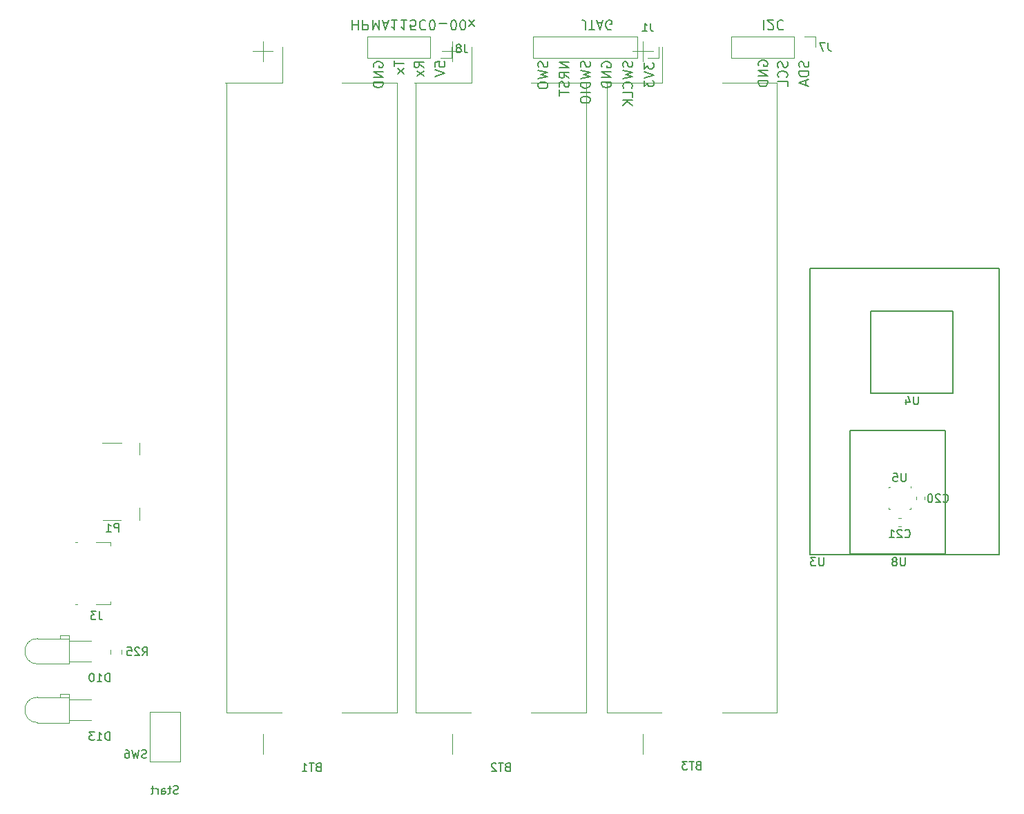
<source format=gbr>
G04 #@! TF.GenerationSoftware,KiCad,Pcbnew,(5.1.5)-3*
G04 #@! TF.CreationDate,2021-12-07T19:33:22+01:00*
G04 #@! TF.ProjectId,EnvSensor-v2,456e7653-656e-4736-9f72-2d76322e6b69,rev?*
G04 #@! TF.SameCoordinates,Original*
G04 #@! TF.FileFunction,Legend,Bot*
G04 #@! TF.FilePolarity,Positive*
%FSLAX46Y46*%
G04 Gerber Fmt 4.6, Leading zero omitted, Abs format (unit mm)*
G04 Created by KiCad (PCBNEW (5.1.5)-3) date 2021-12-07 19:33:22*
%MOMM*%
%LPD*%
G04 APERTURE LIST*
%ADD10C,0.150000*%
%ADD11C,0.200000*%
%ADD12C,0.120000*%
%ADD13C,0.100000*%
G04 APERTURE END LIST*
D10*
X62619047Y-145804761D02*
X62476190Y-145852380D01*
X62238095Y-145852380D01*
X62142857Y-145804761D01*
X62095238Y-145757142D01*
X62047619Y-145661904D01*
X62047619Y-145566666D01*
X62095238Y-145471428D01*
X62142857Y-145423809D01*
X62238095Y-145376190D01*
X62428571Y-145328571D01*
X62523809Y-145280952D01*
X62571428Y-145233333D01*
X62619047Y-145138095D01*
X62619047Y-145042857D01*
X62571428Y-144947619D01*
X62523809Y-144900000D01*
X62428571Y-144852380D01*
X62190476Y-144852380D01*
X62047619Y-144900000D01*
X61761904Y-145185714D02*
X61380952Y-145185714D01*
X61619047Y-144852380D02*
X61619047Y-145709523D01*
X61571428Y-145804761D01*
X61476190Y-145852380D01*
X61380952Y-145852380D01*
X60619047Y-145852380D02*
X60619047Y-145328571D01*
X60666666Y-145233333D01*
X60761904Y-145185714D01*
X60952380Y-145185714D01*
X61047619Y-145233333D01*
X60619047Y-145804761D02*
X60714285Y-145852380D01*
X60952380Y-145852380D01*
X61047619Y-145804761D01*
X61095238Y-145709523D01*
X61095238Y-145614285D01*
X61047619Y-145519047D01*
X60952380Y-145471428D01*
X60714285Y-145471428D01*
X60619047Y-145423809D01*
X60142857Y-145852380D02*
X60142857Y-145185714D01*
X60142857Y-145376190D02*
X60095238Y-145280952D01*
X60047619Y-145233333D01*
X59952380Y-145185714D01*
X59857142Y-145185714D01*
X59666666Y-145185714D02*
X59285714Y-145185714D01*
X59523809Y-144852380D02*
X59523809Y-145709523D01*
X59476190Y-145804761D01*
X59380952Y-145852380D01*
X59285714Y-145852380D01*
D11*
X94142857Y-56587142D02*
X94142857Y-56015714D01*
X94714285Y-55958571D01*
X94657142Y-56015714D01*
X94600000Y-56130000D01*
X94600000Y-56415714D01*
X94657142Y-56530000D01*
X94714285Y-56587142D01*
X94828571Y-56644285D01*
X95114285Y-56644285D01*
X95228571Y-56587142D01*
X95285714Y-56530000D01*
X95342857Y-56415714D01*
X95342857Y-56130000D01*
X95285714Y-56015714D01*
X95228571Y-55958571D01*
X94142857Y-56987142D02*
X95342857Y-57387142D01*
X94142857Y-57787142D01*
X92742857Y-56701428D02*
X92171428Y-56301428D01*
X92742857Y-56015714D02*
X91542857Y-56015714D01*
X91542857Y-56472857D01*
X91600000Y-56587142D01*
X91657142Y-56644285D01*
X91771428Y-56701428D01*
X91942857Y-56701428D01*
X92057142Y-56644285D01*
X92114285Y-56587142D01*
X92171428Y-56472857D01*
X92171428Y-56015714D01*
X92742857Y-57101428D02*
X91942857Y-57730000D01*
X91942857Y-57101428D02*
X92742857Y-57730000D01*
X89142857Y-55844285D02*
X89142857Y-56530000D01*
X90342857Y-56187142D02*
X89142857Y-56187142D01*
X90342857Y-56815714D02*
X89542857Y-57444285D01*
X89542857Y-56815714D02*
X90342857Y-57444285D01*
X84000000Y-50857142D02*
X84000000Y-52057142D01*
X84000000Y-51485714D02*
X84685714Y-51485714D01*
X84685714Y-50857142D02*
X84685714Y-52057142D01*
X85257142Y-50857142D02*
X85257142Y-52057142D01*
X85714285Y-52057142D01*
X85828571Y-52000000D01*
X85885714Y-51942857D01*
X85942857Y-51828571D01*
X85942857Y-51657142D01*
X85885714Y-51542857D01*
X85828571Y-51485714D01*
X85714285Y-51428571D01*
X85257142Y-51428571D01*
X86457142Y-50857142D02*
X86457142Y-52057142D01*
X86857142Y-51200000D01*
X87257142Y-52057142D01*
X87257142Y-50857142D01*
X87771428Y-51200000D02*
X88342857Y-51200000D01*
X87657142Y-50857142D02*
X88057142Y-52057142D01*
X88457142Y-50857142D01*
X89485714Y-50857142D02*
X88800000Y-50857142D01*
X89142857Y-50857142D02*
X89142857Y-52057142D01*
X89028571Y-51885714D01*
X88914285Y-51771428D01*
X88800000Y-51714285D01*
X90628571Y-50857142D02*
X89942857Y-50857142D01*
X90285714Y-50857142D02*
X90285714Y-52057142D01*
X90171428Y-51885714D01*
X90057142Y-51771428D01*
X89942857Y-51714285D01*
X91714285Y-52057142D02*
X91142857Y-52057142D01*
X91085714Y-51485714D01*
X91142857Y-51542857D01*
X91257142Y-51600000D01*
X91542857Y-51600000D01*
X91657142Y-51542857D01*
X91714285Y-51485714D01*
X91771428Y-51371428D01*
X91771428Y-51085714D01*
X91714285Y-50971428D01*
X91657142Y-50914285D01*
X91542857Y-50857142D01*
X91257142Y-50857142D01*
X91142857Y-50914285D01*
X91085714Y-50971428D01*
X92971428Y-50971428D02*
X92914285Y-50914285D01*
X92742857Y-50857142D01*
X92628571Y-50857142D01*
X92457142Y-50914285D01*
X92342857Y-51028571D01*
X92285714Y-51142857D01*
X92228571Y-51371428D01*
X92228571Y-51542857D01*
X92285714Y-51771428D01*
X92342857Y-51885714D01*
X92457142Y-52000000D01*
X92628571Y-52057142D01*
X92742857Y-52057142D01*
X92914285Y-52000000D01*
X92971428Y-51942857D01*
X93714285Y-52057142D02*
X93828571Y-52057142D01*
X93942857Y-52000000D01*
X94000000Y-51942857D01*
X94057142Y-51828571D01*
X94114285Y-51600000D01*
X94114285Y-51314285D01*
X94057142Y-51085714D01*
X94000000Y-50971428D01*
X93942857Y-50914285D01*
X93828571Y-50857142D01*
X93714285Y-50857142D01*
X93600000Y-50914285D01*
X93542857Y-50971428D01*
X93485714Y-51085714D01*
X93428571Y-51314285D01*
X93428571Y-51600000D01*
X93485714Y-51828571D01*
X93542857Y-51942857D01*
X93600000Y-52000000D01*
X93714285Y-52057142D01*
X94628571Y-51314285D02*
X95542857Y-51314285D01*
X96342857Y-52057142D02*
X96457142Y-52057142D01*
X96571428Y-52000000D01*
X96628571Y-51942857D01*
X96685714Y-51828571D01*
X96742857Y-51600000D01*
X96742857Y-51314285D01*
X96685714Y-51085714D01*
X96628571Y-50971428D01*
X96571428Y-50914285D01*
X96457142Y-50857142D01*
X96342857Y-50857142D01*
X96228571Y-50914285D01*
X96171428Y-50971428D01*
X96114285Y-51085714D01*
X96057142Y-51314285D01*
X96057142Y-51600000D01*
X96114285Y-51828571D01*
X96171428Y-51942857D01*
X96228571Y-52000000D01*
X96342857Y-52057142D01*
X97485714Y-52057142D02*
X97600000Y-52057142D01*
X97714285Y-52000000D01*
X97771428Y-51942857D01*
X97828571Y-51828571D01*
X97885714Y-51600000D01*
X97885714Y-51314285D01*
X97828571Y-51085714D01*
X97771428Y-50971428D01*
X97714285Y-50914285D01*
X97600000Y-50857142D01*
X97485714Y-50857142D01*
X97371428Y-50914285D01*
X97314285Y-50971428D01*
X97257142Y-51085714D01*
X97200000Y-51314285D01*
X97200000Y-51600000D01*
X97257142Y-51828571D01*
X97314285Y-51942857D01*
X97371428Y-52000000D01*
X97485714Y-52057142D01*
X98285714Y-50857142D02*
X98914285Y-51657142D01*
X98285714Y-51657142D02*
X98914285Y-50857142D01*
X134428571Y-50857142D02*
X134428571Y-52057142D01*
X134942857Y-51942857D02*
X135000000Y-52000000D01*
X135114285Y-52057142D01*
X135400000Y-52057142D01*
X135514285Y-52000000D01*
X135571428Y-51942857D01*
X135628571Y-51828571D01*
X135628571Y-51714285D01*
X135571428Y-51542857D01*
X134885714Y-50857142D01*
X135628571Y-50857142D01*
X136828571Y-50971428D02*
X136771428Y-50914285D01*
X136600000Y-50857142D01*
X136485714Y-50857142D01*
X136314285Y-50914285D01*
X136200000Y-51028571D01*
X136142857Y-51142857D01*
X136085714Y-51371428D01*
X136085714Y-51542857D01*
X136142857Y-51771428D01*
X136200000Y-51885714D01*
X136314285Y-52000000D01*
X136485714Y-52057142D01*
X136600000Y-52057142D01*
X136771428Y-52000000D01*
X136828571Y-51942857D01*
X112600000Y-52057142D02*
X112600000Y-51200000D01*
X112542857Y-51028571D01*
X112428571Y-50914285D01*
X112257142Y-50857142D01*
X112142857Y-50857142D01*
X113000000Y-52057142D02*
X113685714Y-52057142D01*
X113342857Y-50857142D02*
X113342857Y-52057142D01*
X114028571Y-51200000D02*
X114600000Y-51200000D01*
X113914285Y-50857142D02*
X114314285Y-52057142D01*
X114714285Y-50857142D01*
X115742857Y-52000000D02*
X115628571Y-52057142D01*
X115457142Y-52057142D01*
X115285714Y-52000000D01*
X115171428Y-51885714D01*
X115114285Y-51771428D01*
X115057142Y-51542857D01*
X115057142Y-51371428D01*
X115114285Y-51142857D01*
X115171428Y-51028571D01*
X115285714Y-50914285D01*
X115457142Y-50857142D01*
X115571428Y-50857142D01*
X115742857Y-50914285D01*
X115800000Y-50971428D01*
X115800000Y-51371428D01*
X115571428Y-51371428D01*
X118285714Y-55958571D02*
X118342857Y-56130000D01*
X118342857Y-56415714D01*
X118285714Y-56530000D01*
X118228571Y-56587142D01*
X118114285Y-56644285D01*
X118000000Y-56644285D01*
X117885714Y-56587142D01*
X117828571Y-56530000D01*
X117771428Y-56415714D01*
X117714285Y-56187142D01*
X117657142Y-56072857D01*
X117600000Y-56015714D01*
X117485714Y-55958571D01*
X117371428Y-55958571D01*
X117257142Y-56015714D01*
X117200000Y-56072857D01*
X117142857Y-56187142D01*
X117142857Y-56472857D01*
X117200000Y-56644285D01*
X117142857Y-57044285D02*
X118342857Y-57330000D01*
X117485714Y-57558571D01*
X118342857Y-57787142D01*
X117142857Y-58072857D01*
X118228571Y-59215714D02*
X118285714Y-59158571D01*
X118342857Y-58987142D01*
X118342857Y-58872857D01*
X118285714Y-58701428D01*
X118171428Y-58587142D01*
X118057142Y-58530000D01*
X117828571Y-58472857D01*
X117657142Y-58472857D01*
X117428571Y-58530000D01*
X117314285Y-58587142D01*
X117200000Y-58701428D01*
X117142857Y-58872857D01*
X117142857Y-58987142D01*
X117200000Y-59158571D01*
X117257142Y-59215714D01*
X118342857Y-60301428D02*
X118342857Y-59730000D01*
X117142857Y-59730000D01*
X118342857Y-60701428D02*
X117142857Y-60701428D01*
X118342857Y-61387142D02*
X117657142Y-60872857D01*
X117142857Y-61387142D02*
X117828571Y-60701428D01*
X107885714Y-55958571D02*
X107942857Y-56130000D01*
X107942857Y-56415714D01*
X107885714Y-56530000D01*
X107828571Y-56587142D01*
X107714285Y-56644285D01*
X107600000Y-56644285D01*
X107485714Y-56587142D01*
X107428571Y-56530000D01*
X107371428Y-56415714D01*
X107314285Y-56187142D01*
X107257142Y-56072857D01*
X107200000Y-56015714D01*
X107085714Y-55958571D01*
X106971428Y-55958571D01*
X106857142Y-56015714D01*
X106800000Y-56072857D01*
X106742857Y-56187142D01*
X106742857Y-56472857D01*
X106800000Y-56644285D01*
X106742857Y-57044285D02*
X107942857Y-57330000D01*
X107085714Y-57558571D01*
X107942857Y-57787142D01*
X106742857Y-58072857D01*
X106742857Y-58758571D02*
X106742857Y-58987142D01*
X106800000Y-59101428D01*
X106914285Y-59215714D01*
X107142857Y-59272857D01*
X107542857Y-59272857D01*
X107771428Y-59215714D01*
X107885714Y-59101428D01*
X107942857Y-58987142D01*
X107942857Y-58758571D01*
X107885714Y-58644285D01*
X107771428Y-58530000D01*
X107542857Y-58472857D01*
X107142857Y-58472857D01*
X106914285Y-58530000D01*
X106800000Y-58644285D01*
X106742857Y-58758571D01*
X110542857Y-56015714D02*
X109342857Y-56015714D01*
X110542857Y-56701428D01*
X109342857Y-56701428D01*
X110542857Y-57958571D02*
X109971428Y-57558571D01*
X110542857Y-57272857D02*
X109342857Y-57272857D01*
X109342857Y-57730000D01*
X109400000Y-57844285D01*
X109457142Y-57901428D01*
X109571428Y-57958571D01*
X109742857Y-57958571D01*
X109857142Y-57901428D01*
X109914285Y-57844285D01*
X109971428Y-57730000D01*
X109971428Y-57272857D01*
X110485714Y-58415714D02*
X110542857Y-58587142D01*
X110542857Y-58872857D01*
X110485714Y-58987142D01*
X110428571Y-59044285D01*
X110314285Y-59101428D01*
X110200000Y-59101428D01*
X110085714Y-59044285D01*
X110028571Y-58987142D01*
X109971428Y-58872857D01*
X109914285Y-58644285D01*
X109857142Y-58530000D01*
X109800000Y-58472857D01*
X109685714Y-58415714D01*
X109571428Y-58415714D01*
X109457142Y-58472857D01*
X109400000Y-58530000D01*
X109342857Y-58644285D01*
X109342857Y-58930000D01*
X109400000Y-59101428D01*
X109342857Y-59444285D02*
X109342857Y-60130000D01*
X110542857Y-59787142D02*
X109342857Y-59787142D01*
X113085714Y-55958571D02*
X113142857Y-56130000D01*
X113142857Y-56415714D01*
X113085714Y-56530000D01*
X113028571Y-56587142D01*
X112914285Y-56644285D01*
X112800000Y-56644285D01*
X112685714Y-56587142D01*
X112628571Y-56530000D01*
X112571428Y-56415714D01*
X112514285Y-56187142D01*
X112457142Y-56072857D01*
X112400000Y-56015714D01*
X112285714Y-55958571D01*
X112171428Y-55958571D01*
X112057142Y-56015714D01*
X112000000Y-56072857D01*
X111942857Y-56187142D01*
X111942857Y-56472857D01*
X112000000Y-56644285D01*
X111942857Y-57044285D02*
X113142857Y-57330000D01*
X112285714Y-57558571D01*
X113142857Y-57787142D01*
X111942857Y-58072857D01*
X113142857Y-58530000D02*
X111942857Y-58530000D01*
X111942857Y-58815714D01*
X112000000Y-58987142D01*
X112114285Y-59101428D01*
X112228571Y-59158571D01*
X112457142Y-59215714D01*
X112628571Y-59215714D01*
X112857142Y-59158571D01*
X112971428Y-59101428D01*
X113085714Y-58987142D01*
X113142857Y-58815714D01*
X113142857Y-58530000D01*
X113142857Y-59730000D02*
X111942857Y-59730000D01*
X111942857Y-60530000D02*
X111942857Y-60758571D01*
X112000000Y-60872857D01*
X112114285Y-60987142D01*
X112342857Y-61044285D01*
X112742857Y-61044285D01*
X112971428Y-60987142D01*
X113085714Y-60872857D01*
X113142857Y-60758571D01*
X113142857Y-60530000D01*
X113085714Y-60415714D01*
X112971428Y-60301428D01*
X112742857Y-60244285D01*
X112342857Y-60244285D01*
X112114285Y-60301428D01*
X112000000Y-60415714D01*
X111942857Y-60530000D01*
X86600000Y-56644285D02*
X86542857Y-56530000D01*
X86542857Y-56358571D01*
X86600000Y-56187142D01*
X86714285Y-56072857D01*
X86828571Y-56015714D01*
X87057142Y-55958571D01*
X87228571Y-55958571D01*
X87457142Y-56015714D01*
X87571428Y-56072857D01*
X87685714Y-56187142D01*
X87742857Y-56358571D01*
X87742857Y-56472857D01*
X87685714Y-56644285D01*
X87628571Y-56701428D01*
X87228571Y-56701428D01*
X87228571Y-56472857D01*
X87742857Y-57215714D02*
X86542857Y-57215714D01*
X87742857Y-57901428D01*
X86542857Y-57901428D01*
X87742857Y-58472857D02*
X86542857Y-58472857D01*
X86542857Y-58758571D01*
X86600000Y-58930000D01*
X86714285Y-59044285D01*
X86828571Y-59101428D01*
X87057142Y-59158571D01*
X87228571Y-59158571D01*
X87457142Y-59101428D01*
X87571428Y-59044285D01*
X87685714Y-58930000D01*
X87742857Y-58758571D01*
X87742857Y-58472857D01*
X119742857Y-56101428D02*
X119742857Y-56844285D01*
X120200000Y-56444285D01*
X120200000Y-56615714D01*
X120257142Y-56730000D01*
X120314285Y-56787142D01*
X120428571Y-56844285D01*
X120714285Y-56844285D01*
X120828571Y-56787142D01*
X120885714Y-56730000D01*
X120942857Y-56615714D01*
X120942857Y-56272857D01*
X120885714Y-56158571D01*
X120828571Y-56101428D01*
X119742857Y-57187142D02*
X120942857Y-57587142D01*
X119742857Y-57987142D01*
X119742857Y-58272857D02*
X119742857Y-59015714D01*
X120200000Y-58615714D01*
X120200000Y-58787142D01*
X120257142Y-58901428D01*
X120314285Y-58958571D01*
X120428571Y-59015714D01*
X120714285Y-59015714D01*
X120828571Y-58958571D01*
X120885714Y-58901428D01*
X120942857Y-58787142D01*
X120942857Y-58444285D01*
X120885714Y-58330000D01*
X120828571Y-58272857D01*
X114600000Y-56644285D02*
X114542857Y-56530000D01*
X114542857Y-56358571D01*
X114600000Y-56187142D01*
X114714285Y-56072857D01*
X114828571Y-56015714D01*
X115057142Y-55958571D01*
X115228571Y-55958571D01*
X115457142Y-56015714D01*
X115571428Y-56072857D01*
X115685714Y-56187142D01*
X115742857Y-56358571D01*
X115742857Y-56472857D01*
X115685714Y-56644285D01*
X115628571Y-56701428D01*
X115228571Y-56701428D01*
X115228571Y-56472857D01*
X115742857Y-57215714D02*
X114542857Y-57215714D01*
X115742857Y-57901428D01*
X114542857Y-57901428D01*
X115742857Y-58472857D02*
X114542857Y-58472857D01*
X114542857Y-58758571D01*
X114600000Y-58930000D01*
X114714285Y-59044285D01*
X114828571Y-59101428D01*
X115057142Y-59158571D01*
X115228571Y-59158571D01*
X115457142Y-59101428D01*
X115571428Y-59044285D01*
X115685714Y-58930000D01*
X115742857Y-58758571D01*
X115742857Y-58472857D01*
X133800000Y-56485714D02*
X133742857Y-56371428D01*
X133742857Y-56200000D01*
X133800000Y-56028571D01*
X133914285Y-55914285D01*
X134028571Y-55857142D01*
X134257142Y-55800000D01*
X134428571Y-55800000D01*
X134657142Y-55857142D01*
X134771428Y-55914285D01*
X134885714Y-56028571D01*
X134942857Y-56200000D01*
X134942857Y-56314285D01*
X134885714Y-56485714D01*
X134828571Y-56542857D01*
X134428571Y-56542857D01*
X134428571Y-56314285D01*
X134942857Y-57057142D02*
X133742857Y-57057142D01*
X134942857Y-57742857D01*
X133742857Y-57742857D01*
X134942857Y-58314285D02*
X133742857Y-58314285D01*
X133742857Y-58600000D01*
X133800000Y-58771428D01*
X133914285Y-58885714D01*
X134028571Y-58942857D01*
X134257142Y-59000000D01*
X134428571Y-59000000D01*
X134657142Y-58942857D01*
X134771428Y-58885714D01*
X134885714Y-58771428D01*
X134942857Y-58600000D01*
X134942857Y-58314285D01*
X137285714Y-55971428D02*
X137342857Y-56142857D01*
X137342857Y-56428571D01*
X137285714Y-56542857D01*
X137228571Y-56600000D01*
X137114285Y-56657142D01*
X137000000Y-56657142D01*
X136885714Y-56600000D01*
X136828571Y-56542857D01*
X136771428Y-56428571D01*
X136714285Y-56200000D01*
X136657142Y-56085714D01*
X136600000Y-56028571D01*
X136485714Y-55971428D01*
X136371428Y-55971428D01*
X136257142Y-56028571D01*
X136200000Y-56085714D01*
X136142857Y-56200000D01*
X136142857Y-56485714D01*
X136200000Y-56657142D01*
X137228571Y-57857142D02*
X137285714Y-57800000D01*
X137342857Y-57628571D01*
X137342857Y-57514285D01*
X137285714Y-57342857D01*
X137171428Y-57228571D01*
X137057142Y-57171428D01*
X136828571Y-57114285D01*
X136657142Y-57114285D01*
X136428571Y-57171428D01*
X136314285Y-57228571D01*
X136200000Y-57342857D01*
X136142857Y-57514285D01*
X136142857Y-57628571D01*
X136200000Y-57800000D01*
X136257142Y-57857142D01*
X137342857Y-58942857D02*
X137342857Y-58371428D01*
X136142857Y-58371428D01*
X139885714Y-55942857D02*
X139942857Y-56114285D01*
X139942857Y-56400000D01*
X139885714Y-56514285D01*
X139828571Y-56571428D01*
X139714285Y-56628571D01*
X139600000Y-56628571D01*
X139485714Y-56571428D01*
X139428571Y-56514285D01*
X139371428Y-56400000D01*
X139314285Y-56171428D01*
X139257142Y-56057142D01*
X139200000Y-56000000D01*
X139085714Y-55942857D01*
X138971428Y-55942857D01*
X138857142Y-56000000D01*
X138800000Y-56057142D01*
X138742857Y-56171428D01*
X138742857Y-56457142D01*
X138800000Y-56628571D01*
X139942857Y-57142857D02*
X138742857Y-57142857D01*
X138742857Y-57428571D01*
X138800000Y-57600000D01*
X138914285Y-57714285D01*
X139028571Y-57771428D01*
X139257142Y-57828571D01*
X139428571Y-57828571D01*
X139657142Y-57771428D01*
X139771428Y-57714285D01*
X139885714Y-57600000D01*
X139942857Y-57428571D01*
X139942857Y-57142857D01*
X139600000Y-58285714D02*
X139600000Y-58857142D01*
X139942857Y-58171428D02*
X138742857Y-58571428D01*
X139942857Y-58971428D01*
D12*
X140730000Y-54200000D02*
X140730000Y-52870000D01*
X140730000Y-52870000D02*
X139400000Y-52870000D01*
X138130000Y-52870000D02*
X130450000Y-52870000D01*
X130450000Y-55530000D02*
X130450000Y-52870000D01*
X138130000Y-55530000D02*
X130450000Y-55530000D01*
X138130000Y-55530000D02*
X138130000Y-52870000D01*
X120850000Y-54700000D02*
X118350000Y-54700000D01*
X119600000Y-53450000D02*
X119600000Y-55950000D01*
X119600000Y-140950000D02*
X119600000Y-138450000D01*
X121900000Y-135840000D02*
X115180000Y-135840000D01*
X115160000Y-135840000D02*
X115160000Y-58560000D01*
X115000000Y-58560000D02*
X122000000Y-58560000D01*
X129300000Y-135840000D02*
X136040000Y-135840000D01*
X136040000Y-135840000D02*
X136040000Y-58560000D01*
X136040000Y-58560000D02*
X129300000Y-58560000D01*
X122000000Y-58560000D02*
X122000000Y-54200000D01*
X62850000Y-135740000D02*
X59150000Y-135740000D01*
X62850000Y-141860000D02*
X62850000Y-135740000D01*
X59150000Y-141860000D02*
X62850000Y-141860000D01*
X59150000Y-135740000D02*
X59150000Y-141860000D01*
X74250000Y-54700000D02*
X71750000Y-54700000D01*
X73000000Y-53450000D02*
X73000000Y-55950000D01*
X73000000Y-140950000D02*
X73000000Y-138450000D01*
X75300000Y-135840000D02*
X68580000Y-135840000D01*
X68560000Y-135840000D02*
X68560000Y-58560000D01*
X68400000Y-58560000D02*
X75400000Y-58560000D01*
X82700000Y-135840000D02*
X89440000Y-135840000D01*
X89440000Y-135840000D02*
X89440000Y-58560000D01*
X89440000Y-58560000D02*
X82700000Y-58560000D01*
X75400000Y-58560000D02*
X75400000Y-54200000D01*
D10*
X140100000Y-116500000D02*
X140100000Y-81300000D01*
X163300000Y-116500000D02*
X140100000Y-116500000D01*
X163300000Y-81300000D02*
X163300000Y-116500000D01*
X140100000Y-81300000D02*
X163300000Y-81300000D01*
D12*
X96130000Y-55530000D02*
X96130000Y-54200000D01*
X94800000Y-55530000D02*
X96130000Y-55530000D01*
X93530000Y-55530000D02*
X93530000Y-52870000D01*
X93530000Y-52870000D02*
X85850000Y-52870000D01*
X93530000Y-55530000D02*
X85850000Y-55530000D01*
X85850000Y-55530000D02*
X85850000Y-52870000D01*
X121530000Y-55530000D02*
X121530000Y-54200000D01*
X120200000Y-55530000D02*
X121530000Y-55530000D01*
X118930000Y-55530000D02*
X118930000Y-52870000D01*
X118930000Y-52870000D02*
X106170000Y-52870000D01*
X118930000Y-55530000D02*
X106170000Y-55530000D01*
X106170000Y-55530000D02*
X106170000Y-52870000D01*
X50000000Y-122610000D02*
X50260000Y-122610000D01*
X52540000Y-122610000D02*
X54310000Y-122610000D01*
X54310000Y-122610000D02*
X54310000Y-122230000D01*
X54310000Y-114990000D02*
X52540000Y-114990000D01*
X50260000Y-114990000D02*
X50000000Y-114990000D01*
X54310000Y-114990000D02*
X54310000Y-115370000D01*
X51920000Y-134260000D02*
X51920000Y-134260000D01*
X49250000Y-134260000D02*
X51920000Y-134260000D01*
X49250000Y-134260000D02*
X49250000Y-134260000D01*
X51920000Y-134260000D02*
X49250000Y-134260000D01*
X51920000Y-136800000D02*
X51920000Y-136800000D01*
X49250000Y-136800000D02*
X51920000Y-136800000D01*
X49250000Y-136800000D02*
X49250000Y-136800000D01*
X51920000Y-136800000D02*
X49250000Y-136800000D01*
X49250000Y-133970000D02*
X49250000Y-133570000D01*
X48130000Y-133970000D02*
X49250000Y-133970000D01*
X48130000Y-133570000D02*
X48130000Y-133970000D01*
X49250000Y-133570000D02*
X48130000Y-133570000D01*
X49250000Y-137090000D02*
X49250000Y-133970000D01*
X49250000Y-133970000D02*
X45390000Y-133970000D01*
X49250000Y-137090000D02*
X45390000Y-137090000D01*
X45390000Y-133970000D02*
G75*
G03X45390000Y-137090000I0J-1560000D01*
G01*
X51920000Y-127060000D02*
X51920000Y-127060000D01*
X49250000Y-127060000D02*
X51920000Y-127060000D01*
X49250000Y-127060000D02*
X49250000Y-127060000D01*
X51920000Y-127060000D02*
X49250000Y-127060000D01*
X51920000Y-129600000D02*
X51920000Y-129600000D01*
X49250000Y-129600000D02*
X51920000Y-129600000D01*
X49250000Y-129600000D02*
X49250000Y-129600000D01*
X51920000Y-129600000D02*
X49250000Y-129600000D01*
X49250000Y-126770000D02*
X49250000Y-126370000D01*
X48130000Y-126770000D02*
X49250000Y-126770000D01*
X48130000Y-126370000D02*
X48130000Y-126770000D01*
X49250000Y-126370000D02*
X48130000Y-126370000D01*
X49250000Y-129890000D02*
X49250000Y-126770000D01*
X49250000Y-126770000D02*
X45390000Y-126770000D01*
X49250000Y-129890000D02*
X45390000Y-129890000D01*
X45390000Y-126770000D02*
G75*
G03X45390000Y-129890000I0J-1560000D01*
G01*
X57900000Y-112225000D02*
X57900000Y-110725000D01*
X55600000Y-112225000D02*
X53400000Y-112225000D01*
X55700000Y-102725000D02*
X53300000Y-102725000D01*
X57900000Y-104225000D02*
X57900000Y-102725000D01*
D10*
X156700000Y-101200000D02*
X156700000Y-116400000D01*
X145000000Y-101200000D02*
X156700000Y-101200000D01*
X145000000Y-116400000D02*
X145000000Y-101200000D01*
X156700000Y-116400000D02*
X145000000Y-116400000D01*
D13*
X152450000Y-108300000D02*
X152450000Y-108050000D01*
X149750000Y-108150000D02*
X149750000Y-108300000D01*
X149900000Y-108150000D02*
X149750000Y-108150000D01*
X149750000Y-110850000D02*
X149900000Y-110850000D01*
X149750000Y-110850000D02*
X149750000Y-110700000D01*
X152450000Y-110850000D02*
X152450000Y-110700000D01*
X152450000Y-110860000D02*
X152300000Y-110860000D01*
D10*
X157650000Y-96650000D02*
X147550000Y-96650000D01*
X157650000Y-96650000D02*
X157650000Y-86550000D01*
X147550000Y-86550000D02*
X157650000Y-86550000D01*
X147550000Y-96650000D02*
X147550000Y-86550000D01*
D12*
X55710000Y-128141422D02*
X55710000Y-128658578D01*
X54290000Y-128141422D02*
X54290000Y-128658578D01*
X150937221Y-111990000D02*
X151262779Y-111990000D01*
X150937221Y-113010000D02*
X151262779Y-113010000D01*
X153090000Y-109675279D02*
X153090000Y-109349721D01*
X154110000Y-109675279D02*
X154110000Y-109349721D01*
X97450000Y-54700000D02*
X94950000Y-54700000D01*
X96200000Y-53450000D02*
X96200000Y-55950000D01*
X96200000Y-140950000D02*
X96200000Y-138450000D01*
X98500000Y-135840000D02*
X91780000Y-135840000D01*
X91760000Y-135840000D02*
X91760000Y-58560000D01*
X91600000Y-58560000D02*
X98600000Y-58560000D01*
X105900000Y-135840000D02*
X112640000Y-135840000D01*
X112640000Y-135840000D02*
X112640000Y-58560000D01*
X112640000Y-58560000D02*
X105900000Y-58560000D01*
X98600000Y-58560000D02*
X98600000Y-54200000D01*
D10*
X142333333Y-53652380D02*
X142333333Y-54366666D01*
X142380952Y-54509523D01*
X142476190Y-54604761D01*
X142619047Y-54652380D01*
X142714285Y-54652380D01*
X141952380Y-53652380D02*
X141285714Y-53652380D01*
X141714285Y-54652380D01*
X126385714Y-142328571D02*
X126242857Y-142376190D01*
X126195238Y-142423809D01*
X126147619Y-142519047D01*
X126147619Y-142661904D01*
X126195238Y-142757142D01*
X126242857Y-142804761D01*
X126338095Y-142852380D01*
X126719047Y-142852380D01*
X126719047Y-141852380D01*
X126385714Y-141852380D01*
X126290476Y-141900000D01*
X126242857Y-141947619D01*
X126195238Y-142042857D01*
X126195238Y-142138095D01*
X126242857Y-142233333D01*
X126290476Y-142280952D01*
X126385714Y-142328571D01*
X126719047Y-142328571D01*
X125861904Y-141852380D02*
X125290476Y-141852380D01*
X125576190Y-142852380D02*
X125576190Y-141852380D01*
X125052380Y-141852380D02*
X124433333Y-141852380D01*
X124766666Y-142233333D01*
X124623809Y-142233333D01*
X124528571Y-142280952D01*
X124480952Y-142328571D01*
X124433333Y-142423809D01*
X124433333Y-142661904D01*
X124480952Y-142757142D01*
X124528571Y-142804761D01*
X124623809Y-142852380D01*
X124909523Y-142852380D01*
X125004761Y-142804761D01*
X125052380Y-142757142D01*
X58733333Y-141404761D02*
X58590476Y-141452380D01*
X58352380Y-141452380D01*
X58257142Y-141404761D01*
X58209523Y-141357142D01*
X58161904Y-141261904D01*
X58161904Y-141166666D01*
X58209523Y-141071428D01*
X58257142Y-141023809D01*
X58352380Y-140976190D01*
X58542857Y-140928571D01*
X58638095Y-140880952D01*
X58685714Y-140833333D01*
X58733333Y-140738095D01*
X58733333Y-140642857D01*
X58685714Y-140547619D01*
X58638095Y-140500000D01*
X58542857Y-140452380D01*
X58304761Y-140452380D01*
X58161904Y-140500000D01*
X57828571Y-140452380D02*
X57590476Y-141452380D01*
X57400000Y-140738095D01*
X57209523Y-141452380D01*
X56971428Y-140452380D01*
X56161904Y-140452380D02*
X56352380Y-140452380D01*
X56447619Y-140500000D01*
X56495238Y-140547619D01*
X56590476Y-140690476D01*
X56638095Y-140880952D01*
X56638095Y-141261904D01*
X56590476Y-141357142D01*
X56542857Y-141404761D01*
X56447619Y-141452380D01*
X56257142Y-141452380D01*
X56161904Y-141404761D01*
X56114285Y-141357142D01*
X56066666Y-141261904D01*
X56066666Y-141023809D01*
X56114285Y-140928571D01*
X56161904Y-140880952D01*
X56257142Y-140833333D01*
X56447619Y-140833333D01*
X56542857Y-140880952D01*
X56590476Y-140928571D01*
X56638095Y-141023809D01*
X79785714Y-142528571D02*
X79642857Y-142576190D01*
X79595238Y-142623809D01*
X79547619Y-142719047D01*
X79547619Y-142861904D01*
X79595238Y-142957142D01*
X79642857Y-143004761D01*
X79738095Y-143052380D01*
X80119047Y-143052380D01*
X80119047Y-142052380D01*
X79785714Y-142052380D01*
X79690476Y-142100000D01*
X79642857Y-142147619D01*
X79595238Y-142242857D01*
X79595238Y-142338095D01*
X79642857Y-142433333D01*
X79690476Y-142480952D01*
X79785714Y-142528571D01*
X80119047Y-142528571D01*
X79261904Y-142052380D02*
X78690476Y-142052380D01*
X78976190Y-143052380D02*
X78976190Y-142052380D01*
X77833333Y-143052380D02*
X78404761Y-143052380D01*
X78119047Y-143052380D02*
X78119047Y-142052380D01*
X78214285Y-142195238D01*
X78309523Y-142290476D01*
X78404761Y-142338095D01*
X141761904Y-116852380D02*
X141761904Y-117661904D01*
X141714285Y-117757142D01*
X141666666Y-117804761D01*
X141571428Y-117852380D01*
X141380952Y-117852380D01*
X141285714Y-117804761D01*
X141238095Y-117757142D01*
X141190476Y-117661904D01*
X141190476Y-116852380D01*
X140809523Y-116852380D02*
X140190476Y-116852380D01*
X140523809Y-117233333D01*
X140380952Y-117233333D01*
X140285714Y-117280952D01*
X140238095Y-117328571D01*
X140190476Y-117423809D01*
X140190476Y-117661904D01*
X140238095Y-117757142D01*
X140285714Y-117804761D01*
X140380952Y-117852380D01*
X140666666Y-117852380D01*
X140761904Y-117804761D01*
X140809523Y-117757142D01*
X97733333Y-53852380D02*
X97733333Y-54566666D01*
X97780952Y-54709523D01*
X97876190Y-54804761D01*
X98019047Y-54852380D01*
X98114285Y-54852380D01*
X97114285Y-54280952D02*
X97209523Y-54233333D01*
X97257142Y-54185714D01*
X97304761Y-54090476D01*
X97304761Y-54042857D01*
X97257142Y-53947619D01*
X97209523Y-53900000D01*
X97114285Y-53852380D01*
X96923809Y-53852380D01*
X96828571Y-53900000D01*
X96780952Y-53947619D01*
X96733333Y-54042857D01*
X96733333Y-54090476D01*
X96780952Y-54185714D01*
X96828571Y-54233333D01*
X96923809Y-54280952D01*
X97114285Y-54280952D01*
X97209523Y-54328571D01*
X97257142Y-54376190D01*
X97304761Y-54471428D01*
X97304761Y-54661904D01*
X97257142Y-54757142D01*
X97209523Y-54804761D01*
X97114285Y-54852380D01*
X96923809Y-54852380D01*
X96828571Y-54804761D01*
X96780952Y-54757142D01*
X96733333Y-54661904D01*
X96733333Y-54471428D01*
X96780952Y-54376190D01*
X96828571Y-54328571D01*
X96923809Y-54280952D01*
X120533333Y-51252380D02*
X120533333Y-51966666D01*
X120580952Y-52109523D01*
X120676190Y-52204761D01*
X120819047Y-52252380D01*
X120914285Y-52252380D01*
X119533333Y-52252380D02*
X120104761Y-52252380D01*
X119819047Y-52252380D02*
X119819047Y-51252380D01*
X119914285Y-51395238D01*
X120009523Y-51490476D01*
X120104761Y-51538095D01*
X52933333Y-123452380D02*
X52933333Y-124166666D01*
X52980952Y-124309523D01*
X53076190Y-124404761D01*
X53219047Y-124452380D01*
X53314285Y-124452380D01*
X52552380Y-123452380D02*
X51933333Y-123452380D01*
X52266666Y-123833333D01*
X52123809Y-123833333D01*
X52028571Y-123880952D01*
X51980952Y-123928571D01*
X51933333Y-124023809D01*
X51933333Y-124261904D01*
X51980952Y-124357142D01*
X52028571Y-124404761D01*
X52123809Y-124452380D01*
X52409523Y-124452380D01*
X52504761Y-124404761D01*
X52552380Y-124357142D01*
X54214285Y-139252380D02*
X54214285Y-138252380D01*
X53976190Y-138252380D01*
X53833333Y-138300000D01*
X53738095Y-138395238D01*
X53690476Y-138490476D01*
X53642857Y-138680952D01*
X53642857Y-138823809D01*
X53690476Y-139014285D01*
X53738095Y-139109523D01*
X53833333Y-139204761D01*
X53976190Y-139252380D01*
X54214285Y-139252380D01*
X52690476Y-139252380D02*
X53261904Y-139252380D01*
X52976190Y-139252380D02*
X52976190Y-138252380D01*
X53071428Y-138395238D01*
X53166666Y-138490476D01*
X53261904Y-138538095D01*
X52357142Y-138252380D02*
X51738095Y-138252380D01*
X52071428Y-138633333D01*
X51928571Y-138633333D01*
X51833333Y-138680952D01*
X51785714Y-138728571D01*
X51738095Y-138823809D01*
X51738095Y-139061904D01*
X51785714Y-139157142D01*
X51833333Y-139204761D01*
X51928571Y-139252380D01*
X52214285Y-139252380D01*
X52309523Y-139204761D01*
X52357142Y-139157142D01*
X54214285Y-132052380D02*
X54214285Y-131052380D01*
X53976190Y-131052380D01*
X53833333Y-131100000D01*
X53738095Y-131195238D01*
X53690476Y-131290476D01*
X53642857Y-131480952D01*
X53642857Y-131623809D01*
X53690476Y-131814285D01*
X53738095Y-131909523D01*
X53833333Y-132004761D01*
X53976190Y-132052380D01*
X54214285Y-132052380D01*
X52690476Y-132052380D02*
X53261904Y-132052380D01*
X52976190Y-132052380D02*
X52976190Y-131052380D01*
X53071428Y-131195238D01*
X53166666Y-131290476D01*
X53261904Y-131338095D01*
X52071428Y-131052380D02*
X51976190Y-131052380D01*
X51880952Y-131100000D01*
X51833333Y-131147619D01*
X51785714Y-131242857D01*
X51738095Y-131433333D01*
X51738095Y-131671428D01*
X51785714Y-131861904D01*
X51833333Y-131957142D01*
X51880952Y-132004761D01*
X51976190Y-132052380D01*
X52071428Y-132052380D01*
X52166666Y-132004761D01*
X52214285Y-131957142D01*
X52261904Y-131861904D01*
X52309523Y-131671428D01*
X52309523Y-131433333D01*
X52261904Y-131242857D01*
X52214285Y-131147619D01*
X52166666Y-131100000D01*
X52071428Y-131052380D01*
X55338095Y-113652380D02*
X55338095Y-112652380D01*
X54957142Y-112652380D01*
X54861904Y-112700000D01*
X54814285Y-112747619D01*
X54766666Y-112842857D01*
X54766666Y-112985714D01*
X54814285Y-113080952D01*
X54861904Y-113128571D01*
X54957142Y-113176190D01*
X55338095Y-113176190D01*
X53814285Y-113652380D02*
X54385714Y-113652380D01*
X54100000Y-113652380D02*
X54100000Y-112652380D01*
X54195238Y-112795238D01*
X54290476Y-112890476D01*
X54385714Y-112938095D01*
X151761904Y-116852380D02*
X151761904Y-117661904D01*
X151714285Y-117757142D01*
X151666666Y-117804761D01*
X151571428Y-117852380D01*
X151380952Y-117852380D01*
X151285714Y-117804761D01*
X151238095Y-117757142D01*
X151190476Y-117661904D01*
X151190476Y-116852380D01*
X150571428Y-117280952D02*
X150666666Y-117233333D01*
X150714285Y-117185714D01*
X150761904Y-117090476D01*
X150761904Y-117042857D01*
X150714285Y-116947619D01*
X150666666Y-116900000D01*
X150571428Y-116852380D01*
X150380952Y-116852380D01*
X150285714Y-116900000D01*
X150238095Y-116947619D01*
X150190476Y-117042857D01*
X150190476Y-117090476D01*
X150238095Y-117185714D01*
X150285714Y-117233333D01*
X150380952Y-117280952D01*
X150571428Y-117280952D01*
X150666666Y-117328571D01*
X150714285Y-117376190D01*
X150761904Y-117471428D01*
X150761904Y-117661904D01*
X150714285Y-117757142D01*
X150666666Y-117804761D01*
X150571428Y-117852380D01*
X150380952Y-117852380D01*
X150285714Y-117804761D01*
X150238095Y-117757142D01*
X150190476Y-117661904D01*
X150190476Y-117471428D01*
X150238095Y-117376190D01*
X150285714Y-117328571D01*
X150380952Y-117280952D01*
X151846904Y-106487380D02*
X151846904Y-107296904D01*
X151799285Y-107392142D01*
X151751666Y-107439761D01*
X151656428Y-107487380D01*
X151465952Y-107487380D01*
X151370714Y-107439761D01*
X151323095Y-107392142D01*
X151275476Y-107296904D01*
X151275476Y-106487380D01*
X150323095Y-106487380D02*
X150799285Y-106487380D01*
X150846904Y-106963571D01*
X150799285Y-106915952D01*
X150704047Y-106868333D01*
X150465952Y-106868333D01*
X150370714Y-106915952D01*
X150323095Y-106963571D01*
X150275476Y-107058809D01*
X150275476Y-107296904D01*
X150323095Y-107392142D01*
X150370714Y-107439761D01*
X150465952Y-107487380D01*
X150704047Y-107487380D01*
X150799285Y-107439761D01*
X150846904Y-107392142D01*
X153361904Y-97052380D02*
X153361904Y-97861904D01*
X153314285Y-97957142D01*
X153266666Y-98004761D01*
X153171428Y-98052380D01*
X152980952Y-98052380D01*
X152885714Y-98004761D01*
X152838095Y-97957142D01*
X152790476Y-97861904D01*
X152790476Y-97052380D01*
X151885714Y-97385714D02*
X151885714Y-98052380D01*
X152123809Y-97004761D02*
X152361904Y-97719047D01*
X151742857Y-97719047D01*
X58242857Y-128852380D02*
X58576190Y-128376190D01*
X58814285Y-128852380D02*
X58814285Y-127852380D01*
X58433333Y-127852380D01*
X58338095Y-127900000D01*
X58290476Y-127947619D01*
X58242857Y-128042857D01*
X58242857Y-128185714D01*
X58290476Y-128280952D01*
X58338095Y-128328571D01*
X58433333Y-128376190D01*
X58814285Y-128376190D01*
X57861904Y-127947619D02*
X57814285Y-127900000D01*
X57719047Y-127852380D01*
X57480952Y-127852380D01*
X57385714Y-127900000D01*
X57338095Y-127947619D01*
X57290476Y-128042857D01*
X57290476Y-128138095D01*
X57338095Y-128280952D01*
X57909523Y-128852380D01*
X57290476Y-128852380D01*
X56385714Y-127852380D02*
X56861904Y-127852380D01*
X56909523Y-128328571D01*
X56861904Y-128280952D01*
X56766666Y-128233333D01*
X56528571Y-128233333D01*
X56433333Y-128280952D01*
X56385714Y-128328571D01*
X56338095Y-128423809D01*
X56338095Y-128661904D01*
X56385714Y-128757142D01*
X56433333Y-128804761D01*
X56528571Y-128852380D01*
X56766666Y-128852380D01*
X56861904Y-128804761D01*
X56909523Y-128757142D01*
X151742857Y-114287142D02*
X151790476Y-114334761D01*
X151933333Y-114382380D01*
X152028571Y-114382380D01*
X152171428Y-114334761D01*
X152266666Y-114239523D01*
X152314285Y-114144285D01*
X152361904Y-113953809D01*
X152361904Y-113810952D01*
X152314285Y-113620476D01*
X152266666Y-113525238D01*
X152171428Y-113430000D01*
X152028571Y-113382380D01*
X151933333Y-113382380D01*
X151790476Y-113430000D01*
X151742857Y-113477619D01*
X151361904Y-113477619D02*
X151314285Y-113430000D01*
X151219047Y-113382380D01*
X150980952Y-113382380D01*
X150885714Y-113430000D01*
X150838095Y-113477619D01*
X150790476Y-113572857D01*
X150790476Y-113668095D01*
X150838095Y-113810952D01*
X151409523Y-114382380D01*
X150790476Y-114382380D01*
X149838095Y-114382380D02*
X150409523Y-114382380D01*
X150123809Y-114382380D02*
X150123809Y-113382380D01*
X150219047Y-113525238D01*
X150314285Y-113620476D01*
X150409523Y-113668095D01*
X156442857Y-109957142D02*
X156490476Y-110004761D01*
X156633333Y-110052380D01*
X156728571Y-110052380D01*
X156871428Y-110004761D01*
X156966666Y-109909523D01*
X157014285Y-109814285D01*
X157061904Y-109623809D01*
X157061904Y-109480952D01*
X157014285Y-109290476D01*
X156966666Y-109195238D01*
X156871428Y-109100000D01*
X156728571Y-109052380D01*
X156633333Y-109052380D01*
X156490476Y-109100000D01*
X156442857Y-109147619D01*
X156061904Y-109147619D02*
X156014285Y-109100000D01*
X155919047Y-109052380D01*
X155680952Y-109052380D01*
X155585714Y-109100000D01*
X155538095Y-109147619D01*
X155490476Y-109242857D01*
X155490476Y-109338095D01*
X155538095Y-109480952D01*
X156109523Y-110052380D01*
X155490476Y-110052380D01*
X154871428Y-109052380D02*
X154776190Y-109052380D01*
X154680952Y-109100000D01*
X154633333Y-109147619D01*
X154585714Y-109242857D01*
X154538095Y-109433333D01*
X154538095Y-109671428D01*
X154585714Y-109861904D01*
X154633333Y-109957142D01*
X154680952Y-110004761D01*
X154776190Y-110052380D01*
X154871428Y-110052380D01*
X154966666Y-110004761D01*
X155014285Y-109957142D01*
X155061904Y-109861904D01*
X155109523Y-109671428D01*
X155109523Y-109433333D01*
X155061904Y-109242857D01*
X155014285Y-109147619D01*
X154966666Y-109100000D01*
X154871428Y-109052380D01*
X102985714Y-142528571D02*
X102842857Y-142576190D01*
X102795238Y-142623809D01*
X102747619Y-142719047D01*
X102747619Y-142861904D01*
X102795238Y-142957142D01*
X102842857Y-143004761D01*
X102938095Y-143052380D01*
X103319047Y-143052380D01*
X103319047Y-142052380D01*
X102985714Y-142052380D01*
X102890476Y-142100000D01*
X102842857Y-142147619D01*
X102795238Y-142242857D01*
X102795238Y-142338095D01*
X102842857Y-142433333D01*
X102890476Y-142480952D01*
X102985714Y-142528571D01*
X103319047Y-142528571D01*
X102461904Y-142052380D02*
X101890476Y-142052380D01*
X102176190Y-143052380D02*
X102176190Y-142052380D01*
X101604761Y-142147619D02*
X101557142Y-142100000D01*
X101461904Y-142052380D01*
X101223809Y-142052380D01*
X101128571Y-142100000D01*
X101080952Y-142147619D01*
X101033333Y-142242857D01*
X101033333Y-142338095D01*
X101080952Y-142480952D01*
X101652380Y-143052380D01*
X101033333Y-143052380D01*
M02*

</source>
